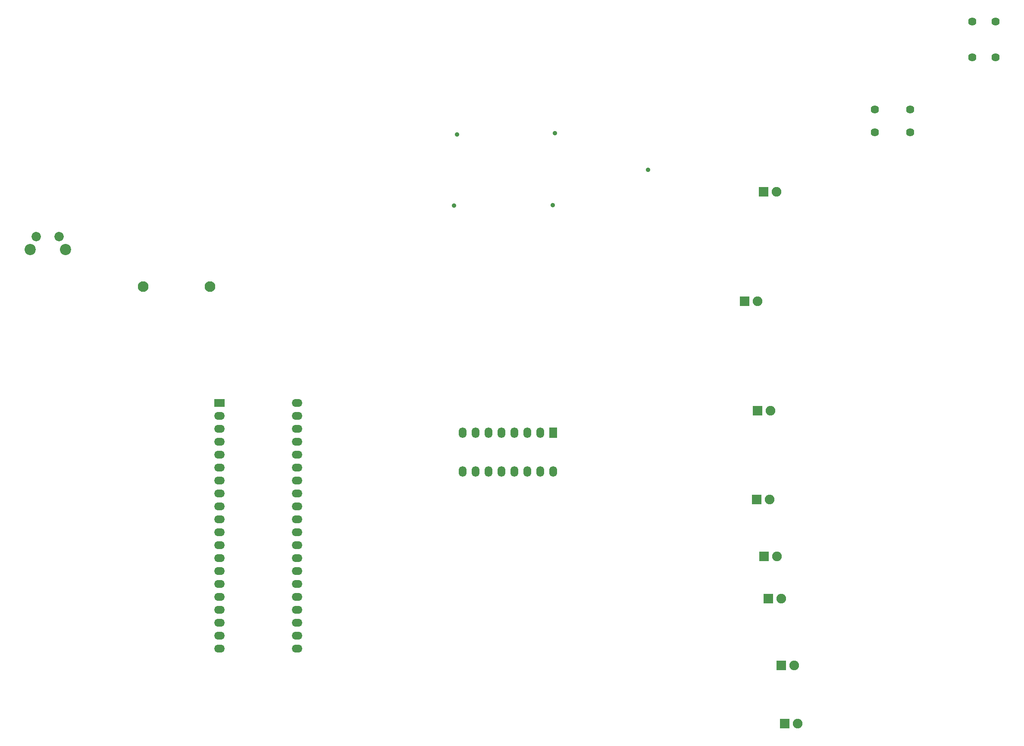
<source format=gbr>
%TF.GenerationSoftware,KiCad,Pcbnew,5.1.6-c6e7f7d~87~ubuntu18.04.1*%
%TF.CreationDate,2020-08-21T18:13:35-04:00*%
%TF.ProjectId,tutorial2,7475746f-7269-4616-9c32-2e6b69636164,rev?*%
%TF.SameCoordinates,Original*%
%TF.FileFunction,Soldermask,Bot*%
%TF.FilePolarity,Negative*%
%FSLAX46Y46*%
G04 Gerber Fmt 4.6, Leading zero omitted, Abs format (unit mm)*
G04 Created by KiCad (PCBNEW 5.1.6-c6e7f7d~87~ubuntu18.04.1) date 2020-08-21 18:13:35*
%MOMM*%
%LPD*%
G01*
G04 APERTURE LIST*
%ADD10C,2.100000*%
%ADD11R,1.900000X1.900000*%
%ADD12C,1.900000*%
%ADD13C,0.900000*%
%ADD14C,1.624000*%
%ADD15R,1.540000X2.100000*%
%ADD16O,1.540000X2.100000*%
%ADD17R,2.100000X1.540000*%
%ADD18O,2.100000X1.540000*%
%ADD19C,2.200000*%
%ADD20C,1.850000*%
G04 APERTURE END LIST*
D10*
%TO.C,J1*%
X60415000Y-69425000D03*
X73535000Y-69425000D03*
%TD*%
D11*
%TO.C,D1*%
X182260000Y-50875000D03*
D12*
X184800000Y-50875000D03*
%TD*%
%TO.C,D2*%
X181065000Y-72350000D03*
D11*
X178525000Y-72350000D03*
%TD*%
D12*
%TO.C,D3*%
X183640000Y-93825000D03*
D11*
X181100000Y-93825000D03*
%TD*%
%TO.C,D4*%
X180910000Y-111300000D03*
D12*
X183450000Y-111300000D03*
%TD*%
%TO.C,D5*%
X184940000Y-122475000D03*
D11*
X182400000Y-122475000D03*
%TD*%
D12*
%TO.C,D6*%
X185765000Y-130800000D03*
D11*
X183225000Y-130800000D03*
%TD*%
%TO.C,D7*%
X185750000Y-143850000D03*
D12*
X188290000Y-143850000D03*
%TD*%
D11*
%TO.C,D8*%
X186450000Y-155275000D03*
D12*
X188990000Y-155275000D03*
%TD*%
D13*
%TO.C,Q1*%
X122100000Y-39605000D03*
%TD*%
%TO.C,Q2*%
X121450000Y-53580000D03*
%TD*%
%TO.C,Q3*%
X141300000Y-39330000D03*
%TD*%
%TO.C,Q4*%
X140900000Y-53455000D03*
%TD*%
%TO.C,Q5*%
X159575000Y-46530000D03*
%TD*%
D14*
%TO.C,SW1*%
X204100000Y-34650000D03*
X211100000Y-34650000D03*
X211100000Y-39150000D03*
X204100000Y-39150000D03*
%TD*%
%TO.C,SW2*%
X227800000Y-24425000D03*
X227800000Y-17425000D03*
X223300000Y-17425000D03*
X223300000Y-24425000D03*
%TD*%
D15*
%TO.C,U1*%
X140925000Y-98150000D03*
D16*
X140925000Y-105770000D03*
X138385000Y-98150000D03*
X138385000Y-105770000D03*
X135845000Y-98150000D03*
X135845000Y-105770000D03*
X133305000Y-98150000D03*
X133305000Y-105770000D03*
X130765000Y-98150000D03*
X130765000Y-105770000D03*
X128225000Y-98150000D03*
X128225000Y-105770000D03*
X125685000Y-98150000D03*
X125685000Y-105770000D03*
X123145000Y-98150000D03*
X123145000Y-105770000D03*
%TD*%
D17*
%TO.C,U2*%
X75400000Y-92300000D03*
D18*
X90640000Y-140560000D03*
X75400000Y-94840000D03*
X90640000Y-138020000D03*
X75400000Y-97380000D03*
X90640000Y-135480000D03*
X75400000Y-99920000D03*
X90640000Y-132940000D03*
X75400000Y-102460000D03*
X90640000Y-130400000D03*
X75400000Y-105000000D03*
X90640000Y-127860000D03*
X75400000Y-107540000D03*
X90640000Y-125320000D03*
X75400000Y-110080000D03*
X90640000Y-122780000D03*
X75400000Y-112620000D03*
X90640000Y-120240000D03*
X75400000Y-115160000D03*
X90640000Y-117700000D03*
X75400000Y-117700000D03*
X90640000Y-115160000D03*
X75400000Y-120240000D03*
X90640000Y-112620000D03*
X75400000Y-122780000D03*
X90640000Y-110080000D03*
X75400000Y-125320000D03*
X90640000Y-107540000D03*
X75400000Y-127860000D03*
X90640000Y-105000000D03*
X75400000Y-130400000D03*
X90640000Y-102460000D03*
X75400000Y-132940000D03*
X90640000Y-99920000D03*
X75400000Y-135480000D03*
X90640000Y-97380000D03*
X75400000Y-138020000D03*
X90640000Y-94840000D03*
X75400000Y-140560000D03*
X90640000Y-92300000D03*
%TD*%
D19*
%TO.C,SW3*%
X45235000Y-62140000D03*
D20*
X43975000Y-59650000D03*
X39475000Y-59650000D03*
D19*
X38225000Y-62140000D03*
%TD*%
M02*

</source>
